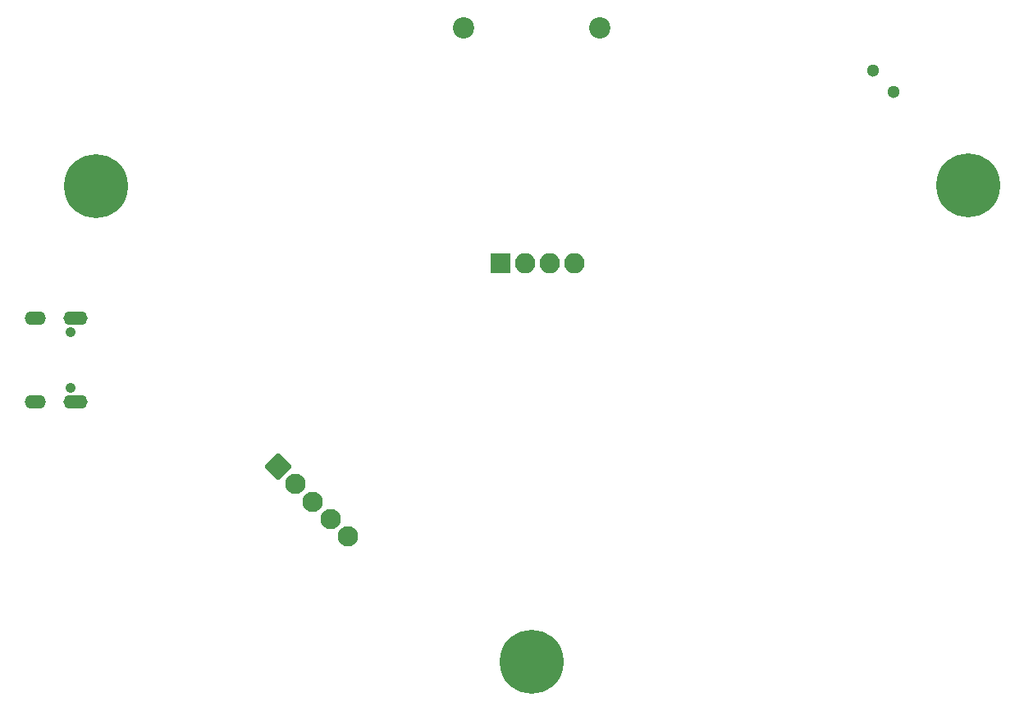
<source format=gbr>
%TF.GenerationSoftware,KiCad,Pcbnew,7.0.6*%
%TF.CreationDate,2023-08-09T23:01:59-05:00*%
%TF.ProjectId,BlueTeamCon_Main,426c7565-5465-4616-9d43-6f6e5f4d6169,rev?*%
%TF.SameCoordinates,Original*%
%TF.FileFunction,Soldermask,Bot*%
%TF.FilePolarity,Negative*%
%FSLAX46Y46*%
G04 Gerber Fmt 4.6, Leading zero omitted, Abs format (unit mm)*
G04 Created by KiCad (PCBNEW 7.0.6) date 2023-08-09 23:01:59*
%MOMM*%
%LPD*%
G01*
G04 APERTURE LIST*
G04 Aperture macros list*
%AMRoundRect*
0 Rectangle with rounded corners*
0 $1 Rounding radius*
0 $2 $3 $4 $5 $6 $7 $8 $9 X,Y pos of 4 corners*
0 Add a 4 corners polygon primitive as box body*
4,1,4,$2,$3,$4,$5,$6,$7,$8,$9,$2,$3,0*
0 Add four circle primitives for the rounded corners*
1,1,$1+$1,$2,$3*
1,1,$1+$1,$4,$5*
1,1,$1+$1,$6,$7*
1,1,$1+$1,$8,$9*
0 Add four rect primitives between the rounded corners*
20,1,$1+$1,$2,$3,$4,$5,0*
20,1,$1+$1,$4,$5,$6,$7,0*
20,1,$1+$1,$6,$7,$8,$9,0*
20,1,$1+$1,$8,$9,$2,$3,0*%
%AMHorizOval*
0 Thick line with rounded ends*
0 $1 width*
0 $2 $3 position (X,Y) of the first rounded end (center of the circle)*
0 $4 $5 position (X,Y) of the second rounded end (center of the circle)*
0 Add line between two ends*
20,1,$1,$2,$3,$4,$5,0*
0 Add two circle primitives to create the rounded ends*
1,1,$1,$2,$3*
1,1,$1,$4,$5*%
G04 Aperture macros list end*
%ADD10C,1.300000*%
%ADD11C,6.600000*%
%ADD12RoundRect,0.200000X0.850000X-0.850000X0.850000X0.850000X-0.850000X0.850000X-0.850000X-0.850000X0*%
%ADD13O,2.100000X2.100000*%
%ADD14RoundRect,0.200000X0.000000X-1.202082X1.202082X0.000000X0.000000X1.202082X-1.202082X0.000000X0*%
%ADD15HorizOval,2.100000X0.000000X0.000000X0.000000X0.000000X0*%
%ADD16C,1.050000*%
%ADD17O,2.500000X1.400000*%
%ADD18O,2.200000X1.400000*%
%ADD19C,2.200000*%
G04 APERTURE END LIST*
D10*
%TO.C,SW2*%
X181839340Y-76339340D03*
X183960660Y-78460660D03*
%TD*%
D11*
%TO.C,J2*%
X101600001Y-88200000D03*
%TD*%
%TO.C,J1*%
X191600000Y-88175000D03*
%TD*%
%TO.C,J3*%
X146600000Y-137375000D03*
%TD*%
D12*
%TO.C,J4*%
X143400000Y-96200000D03*
D13*
X145940000Y-96200000D03*
X148480000Y-96200000D03*
X151020000Y-96200000D03*
%TD*%
D14*
%TO.C,J5*%
X120411433Y-117211433D03*
D15*
X122207484Y-119007484D03*
X124003535Y-120803535D03*
X125799587Y-122599587D03*
X127595638Y-124395638D03*
%TD*%
D16*
%TO.C,J6*%
X98987500Y-103310000D03*
X98987500Y-109090000D03*
D17*
X99487500Y-101880000D03*
D18*
X95337500Y-101880000D03*
D17*
X99487500Y-110520000D03*
D18*
X95337500Y-110520000D03*
%TD*%
D19*
%TO.C,BT1*%
X139525000Y-71875000D03*
X153625000Y-71875000D03*
%TD*%
M02*

</source>
